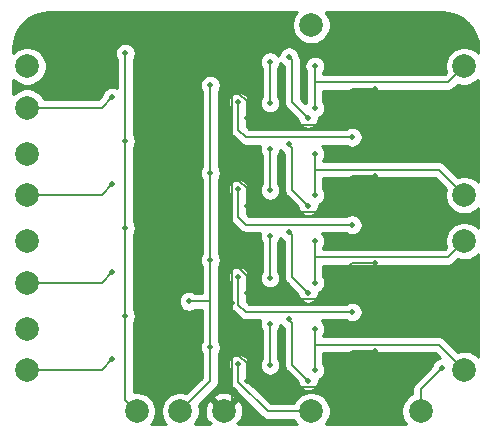
<source format=gbl>
%TF.GenerationSoftware,KiCad,Pcbnew,(5.1.9)-1*%
%TF.CreationDate,2022-08-30T23:25:40+02:00*%
%TF.ProjectId,adder,61646465-722e-46b6-9963-61645f706362,rev?*%
%TF.SameCoordinates,Original*%
%TF.FileFunction,Copper,L2,Bot*%
%TF.FilePolarity,Positive*%
%FSLAX46Y46*%
G04 Gerber Fmt 4.6, Leading zero omitted, Abs format (unit mm)*
G04 Created by KiCad (PCBNEW (5.1.9)-1) date 2022-08-30 23:25:40*
%MOMM*%
%LPD*%
G01*
G04 APERTURE LIST*
%TA.AperFunction,ComponentPad*%
%ADD10C,2.000000*%
%TD*%
%TA.AperFunction,ViaPad*%
%ADD11C,0.500000*%
%TD*%
%TA.AperFunction,Conductor*%
%ADD12C,0.157000*%
%TD*%
%TA.AperFunction,Conductor*%
%ADD13C,0.200000*%
%TD*%
%TA.AperFunction,Conductor*%
%ADD14C,0.254000*%
%TD*%
%TA.AperFunction,Conductor*%
%ADD15C,0.100000*%
%TD*%
G04 APERTURE END LIST*
D10*
%TO.P,TP403,1*%
%TO.N,/3/SUM*%
X188700000Y-82800000D03*
%TD*%
%TO.P,TP402,1*%
%TO.N,/3/A*%
X151700000Y-82800000D03*
%TD*%
%TO.P,TP401,1*%
%TO.N,/3/B*%
X151700000Y-86300000D03*
%TD*%
%TO.P,TP303,1*%
%TO.N,/2/SUM*%
X188700000Y-93700000D03*
%TD*%
%TO.P,TP302,1*%
%TO.N,/2/A*%
X151700000Y-90200000D03*
%TD*%
%TO.P,TP301,1*%
%TO.N,/2/B*%
X151700000Y-93700000D03*
%TD*%
%TO.P,TP203,1*%
%TO.N,/1/SUM*%
X188700000Y-97600000D03*
%TD*%
%TO.P,TP202,1*%
%TO.N,/1/A*%
X151700000Y-97600000D03*
%TD*%
%TO.P,TP201,1*%
%TO.N,/1/B*%
X151700000Y-101100000D03*
%TD*%
%TO.P,TP8,1*%
%TO.N,GND*%
X168350000Y-112000000D03*
%TD*%
%TO.P,TP7,1*%
%TO.N,VCC*%
X164650000Y-112000000D03*
%TD*%
%TO.P,TP6,1*%
%TO.N,~add*%
X160950000Y-112000000D03*
%TD*%
%TO.P,TP5,1*%
%TO.N,/3/Co*%
X175750000Y-79300000D03*
%TD*%
%TO.P,TP4,1*%
%TO.N,/Ci*%
X175750000Y-112000000D03*
%TD*%
%TO.P,TP3,1*%
%TO.N,/SUM*%
X188700000Y-108500000D03*
%TD*%
%TO.P,TP2,1*%
%TO.N,/A*%
X151700000Y-105000000D03*
%TD*%
%TO.P,TP1,1*%
%TO.N,/B*%
X151700000Y-108500000D03*
%TD*%
%TO.P,TP0,1*%
%TO.N,CLRC*%
X185000000Y-112000000D03*
%TD*%
D11*
%TO.N,/B*%
X158900000Y-107600000D03*
%TO.N,/nCi*%
X172250000Y-108100000D03*
X172250000Y-104600000D03*
%TO.N,/SUM*%
X176050000Y-105000000D03*
X176050000Y-108500000D03*
%TO.N,GND*%
X181169373Y-106885903D03*
X170285750Y-109414250D03*
X170285750Y-102014250D03*
X170285750Y-94614250D03*
X170285750Y-87214250D03*
X181169373Y-99485903D03*
X181169373Y-92085903D03*
X181169373Y-84685903D03*
X169000000Y-102800000D03*
%TO.N,VCC*%
X167200000Y-106600000D03*
X167200000Y-99200000D03*
X167200000Y-91800000D03*
X167200000Y-84400000D03*
X165400000Y-102700000D03*
%TO.N,~add*%
X160000000Y-103900000D03*
X160000000Y-96500000D03*
X160000000Y-89100000D03*
X160000000Y-81700000D03*
%TO.N,/Co*%
X179200000Y-103600000D03*
X169576375Y-100600000D03*
%TO.N,Net-(D4-Pad2)*%
X173849998Y-104200000D03*
X175500000Y-109400000D03*
%TO.N,/Ci*%
X169576375Y-108000000D03*
%TO.N,CLRC*%
X186785511Y-108364489D03*
%TO.N,/1/B*%
X158900000Y-100200000D03*
%TO.N,Net-(D205-Pad2)*%
X173849998Y-96800000D03*
X175500000Y-102000000D03*
%TO.N,/1/nCi*%
X172250000Y-97200000D03*
X172250000Y-100700000D03*
%TO.N,/1/SUM*%
X176050000Y-97600000D03*
X176050000Y-101100000D03*
%TO.N,/2/Ci*%
X179200000Y-96200000D03*
X169576375Y-93200000D03*
%TO.N,/2/B*%
X158900000Y-92800000D03*
%TO.N,Net-(D305-Pad2)*%
X173849998Y-89400000D03*
X175500000Y-94600000D03*
%TO.N,/2/nCi*%
X172250000Y-89800000D03*
X172250000Y-93300000D03*
%TO.N,/2/SUM*%
X176050000Y-90200000D03*
X176050000Y-93700000D03*
%TO.N,/3/Ci*%
X179200000Y-88800000D03*
X169576375Y-85800000D03*
%TO.N,/3/B*%
X158900000Y-85400000D03*
%TO.N,Net-(D405-Pad2)*%
X173849998Y-82000000D03*
X175500000Y-87200000D03*
%TO.N,/3/nCi*%
X172250000Y-82400000D03*
X172250000Y-85900000D03*
%TO.N,/3/SUM*%
X176050000Y-82800000D03*
X176050000Y-86300000D03*
%TD*%
D12*
%TO.N,/B*%
X158000000Y-108500000D02*
X158900000Y-107600000D01*
X151700000Y-108500000D02*
X158000000Y-108500000D01*
%TO.N,/nCi*%
X172250000Y-108100000D02*
X172250000Y-104600000D01*
%TO.N,/SUM*%
X176057402Y-106357402D02*
X176050000Y-106350000D01*
X182157402Y-106357402D02*
X176057402Y-106357402D01*
X176050000Y-106350000D02*
X176050000Y-108500000D01*
X176050000Y-105000000D02*
X176050000Y-106350000D01*
X188700000Y-108500000D02*
X186557402Y-106357402D01*
X186557402Y-106357402D02*
X182157402Y-106357402D01*
%TO.N,GND*%
X179171099Y-106885903D02*
X176128501Y-109928501D01*
X181169373Y-106885903D02*
X179171099Y-106885903D01*
X176128501Y-109928501D02*
X170800001Y-109928501D01*
X170800001Y-109928501D02*
X170285750Y-109414250D01*
X170800001Y-102528501D02*
X170285750Y-102014250D01*
X170800001Y-95128501D02*
X170285750Y-94614250D01*
X170800001Y-87728501D02*
X170285750Y-87214250D01*
X170285750Y-102014250D02*
X170285750Y-100533295D01*
X170285750Y-94614250D02*
X170285750Y-93133295D01*
X170285750Y-87214250D02*
X170285750Y-85733295D01*
X170285750Y-100533295D02*
X169652455Y-99900000D01*
X170285750Y-93133295D02*
X169652455Y-92500000D01*
X170285750Y-85733295D02*
X169652455Y-85100000D01*
X179171099Y-99485903D02*
X176128501Y-102528501D01*
X179171099Y-92085903D02*
X176128501Y-95128501D01*
X179171099Y-84685903D02*
X176128501Y-87728501D01*
X181169373Y-99485903D02*
X179171099Y-99485903D01*
X181169373Y-92085903D02*
X179171099Y-92085903D01*
X181169373Y-84685903D02*
X179171099Y-84685903D01*
X176128501Y-102528501D02*
X170800001Y-102528501D01*
X176128501Y-95128501D02*
X170800001Y-95128501D01*
X176128501Y-87728501D02*
X170800001Y-87728501D01*
X169000000Y-92500000D02*
X169000000Y-99900000D01*
X169000000Y-85100000D02*
X169000000Y-92500000D01*
X169000000Y-81150000D02*
X169000000Y-85100000D01*
X169000000Y-99900000D02*
X169652455Y-99900000D01*
X169000000Y-92500000D02*
X169652455Y-92500000D01*
X169000000Y-85100000D02*
X169652455Y-85100000D01*
X169000000Y-107300000D02*
X169000000Y-102800000D01*
X169652455Y-107300000D02*
X169000000Y-107300000D01*
X170285750Y-107933295D02*
X169652455Y-107300000D01*
X170285750Y-109414250D02*
X170285750Y-107933295D01*
X169000000Y-102800000D02*
X169000000Y-99900000D01*
X169000000Y-111350000D02*
X168350000Y-112000000D01*
X169000000Y-107300000D02*
X169000000Y-111350000D01*
%TO.N,VCC*%
X167200000Y-99200000D02*
X167200000Y-91800000D01*
X167200000Y-91800000D02*
X167200000Y-84400000D01*
X165400000Y-102700000D02*
X167200000Y-102700000D01*
D13*
X167200000Y-109450000D02*
X164650000Y-112000000D01*
X167200000Y-106600000D02*
X167200000Y-109450000D01*
D12*
X167200000Y-106600000D02*
X167200000Y-102450000D01*
X167200000Y-102450000D02*
X167200000Y-99200000D01*
X167200000Y-102700000D02*
X167200000Y-102450000D01*
%TO.N,~add*%
X160000000Y-103900000D02*
X160000000Y-96500000D01*
X160000000Y-96500000D02*
X160000000Y-89100000D01*
X160000000Y-89100000D02*
X160000000Y-81700000D01*
X160000000Y-111050000D02*
X160950000Y-112000000D01*
X160000000Y-103900000D02*
X160000000Y-111050000D01*
%TO.N,/Co*%
X179200000Y-103600000D02*
X170200000Y-103600000D01*
X169576375Y-102976375D02*
X170200000Y-103600000D01*
X169576375Y-100600000D02*
X169576375Y-102976375D01*
%TO.N,Net-(D4-Pad2)*%
X174150000Y-104500002D02*
X173849998Y-104200000D01*
X174150000Y-108050000D02*
X174150000Y-104500002D01*
X175500000Y-109400000D02*
X174150000Y-108050000D01*
%TO.N,/Ci*%
X169576375Y-109526375D02*
X169576375Y-108000000D01*
X172050000Y-112000000D02*
X169576375Y-109526375D01*
X172050000Y-112000000D02*
X175750000Y-112000000D01*
%TO.N,CLRC*%
X185000000Y-110150000D02*
X186785511Y-108364489D01*
X185000000Y-112000000D02*
X185000000Y-110150000D01*
%TO.N,/1/B*%
X158000000Y-101100000D02*
X158900000Y-100200000D01*
X151700000Y-101100000D02*
X158000000Y-101100000D01*
%TO.N,Net-(D205-Pad2)*%
X175500000Y-102000000D02*
X174150000Y-100650000D01*
X174150000Y-100650000D02*
X174150000Y-98150000D01*
X174150000Y-98150000D02*
X174150000Y-97700000D01*
X174150000Y-97700000D02*
X174150000Y-97100002D01*
X174150000Y-97100002D02*
X173849998Y-96800000D01*
%TO.N,/1/nCi*%
X172250000Y-100700000D02*
X172250000Y-97200000D01*
%TO.N,/1/SUM*%
X182157402Y-98957402D02*
X176057402Y-98957402D01*
X176057402Y-98957402D02*
X176050000Y-98950000D01*
X176050000Y-98950000D02*
X176050000Y-101100000D01*
X176050000Y-97600000D02*
X176050000Y-98950000D01*
X187342598Y-98957402D02*
X188700000Y-97600000D01*
X182157402Y-98957402D02*
X187342598Y-98957402D01*
%TO.N,/2/Ci*%
X179200000Y-96200000D02*
X170200000Y-96200000D01*
X169576375Y-95576375D02*
X170200000Y-96200000D01*
X169576375Y-93200000D02*
X169576375Y-95576375D01*
%TO.N,/2/B*%
X158000000Y-93700000D02*
X158900000Y-92800000D01*
X151700000Y-93700000D02*
X158000000Y-93700000D01*
%TO.N,Net-(D305-Pad2)*%
X175500000Y-94600000D02*
X174150000Y-93250000D01*
X174150000Y-93250000D02*
X174150000Y-90750000D01*
X174150000Y-90750000D02*
X174150000Y-90300000D01*
X174150000Y-90300000D02*
X174150000Y-89700002D01*
X174150000Y-89700002D02*
X173849998Y-89400000D01*
%TO.N,/2/nCi*%
X172250000Y-93300000D02*
X172250000Y-89800000D01*
%TO.N,/2/SUM*%
X182157402Y-91557402D02*
X176057402Y-91557402D01*
X176057402Y-91557402D02*
X176050000Y-91550000D01*
X176050000Y-91550000D02*
X176050000Y-93700000D01*
X176050000Y-90200000D02*
X176050000Y-91550000D01*
X188700000Y-93700000D02*
X186557402Y-91557402D01*
X186557402Y-91557402D02*
X182157402Y-91557402D01*
%TO.N,/3/Ci*%
X179200000Y-88800000D02*
X170200000Y-88800000D01*
X169576375Y-88176375D02*
X170200000Y-88800000D01*
X169576375Y-85800000D02*
X169576375Y-88176375D01*
%TO.N,/3/B*%
X158000000Y-86300000D02*
X158900000Y-85400000D01*
X151700000Y-86300000D02*
X158000000Y-86300000D01*
%TO.N,Net-(D405-Pad2)*%
X175500000Y-87200000D02*
X174150000Y-85850000D01*
X174150000Y-85850000D02*
X174150000Y-83350000D01*
X174150000Y-83350000D02*
X174150000Y-82900000D01*
X174150000Y-82900000D02*
X174150000Y-82300002D01*
X174150000Y-82300002D02*
X173849998Y-82000000D01*
%TO.N,/3/nCi*%
X172250000Y-85900000D02*
X172250000Y-82400000D01*
%TO.N,/3/SUM*%
X182157402Y-84157402D02*
X176057402Y-84157402D01*
X176057402Y-84157402D02*
X176050000Y-84150000D01*
X176050000Y-84150000D02*
X176050000Y-86300000D01*
X176050000Y-82800000D02*
X176050000Y-84150000D01*
X182157402Y-84157402D02*
X187342598Y-84157402D01*
X187342598Y-84157402D02*
X188700000Y-82800000D01*
%TD*%
D14*
%TO.N,GND*%
X174480013Y-78257748D02*
X174301082Y-78525537D01*
X174177832Y-78823088D01*
X174115000Y-79138967D01*
X174115000Y-79461033D01*
X174177832Y-79776912D01*
X174301082Y-80074463D01*
X174480013Y-80342252D01*
X174707748Y-80569987D01*
X174975537Y-80748918D01*
X175273088Y-80872168D01*
X175588967Y-80935000D01*
X175911033Y-80935000D01*
X176226912Y-80872168D01*
X176524463Y-80748918D01*
X176792252Y-80569987D01*
X177019987Y-80342252D01*
X177198918Y-80074463D01*
X177322168Y-79776912D01*
X177385000Y-79461033D01*
X177385000Y-79138967D01*
X177322168Y-78823088D01*
X177198918Y-78525537D01*
X177019987Y-78257748D01*
X176972239Y-78210000D01*
X186817721Y-78210000D01*
X187439856Y-78271001D01*
X188007250Y-78442308D01*
X188530561Y-78720556D01*
X188989858Y-79095150D01*
X189367650Y-79551822D01*
X189649547Y-80073180D01*
X189824809Y-80639363D01*
X189890001Y-81259621D01*
X189890001Y-81677762D01*
X189742252Y-81530013D01*
X189474463Y-81351082D01*
X189176912Y-81227832D01*
X188861033Y-81165000D01*
X188538967Y-81165000D01*
X188223088Y-81227832D01*
X187925537Y-81351082D01*
X187657748Y-81530013D01*
X187430013Y-81757748D01*
X187251082Y-82025537D01*
X187127832Y-82323088D01*
X187065000Y-82638967D01*
X187065000Y-82961033D01*
X187127832Y-83276912D01*
X187153084Y-83337875D01*
X187047057Y-83443902D01*
X176763500Y-83443902D01*
X176763500Y-83325130D01*
X176834277Y-83219205D01*
X176900990Y-83058145D01*
X176935000Y-82887165D01*
X176935000Y-82712835D01*
X176900990Y-82541855D01*
X176834277Y-82380795D01*
X176737424Y-82235845D01*
X176614155Y-82112576D01*
X176469205Y-82015723D01*
X176308145Y-81949010D01*
X176137165Y-81915000D01*
X175962835Y-81915000D01*
X175791855Y-81949010D01*
X175630795Y-82015723D01*
X175485845Y-82112576D01*
X175362576Y-82235845D01*
X175265723Y-82380795D01*
X175199010Y-82541855D01*
X175165000Y-82712835D01*
X175165000Y-82887165D01*
X175199010Y-83058145D01*
X175265723Y-83219205D01*
X175336500Y-83325130D01*
X175336501Y-84114944D01*
X175333048Y-84150000D01*
X175336500Y-84185047D01*
X175336501Y-85774869D01*
X175265723Y-85880795D01*
X175243496Y-85934455D01*
X174863500Y-85554459D01*
X174863500Y-82335051D01*
X174866952Y-82300002D01*
X174853176Y-82160131D01*
X174812377Y-82025636D01*
X174776302Y-81958145D01*
X174746124Y-81901685D01*
X174728511Y-81880224D01*
X174700988Y-81741855D01*
X174634275Y-81580795D01*
X174537422Y-81435845D01*
X174414153Y-81312576D01*
X174269203Y-81215723D01*
X174108143Y-81149010D01*
X173937163Y-81115000D01*
X173762833Y-81115000D01*
X173591853Y-81149010D01*
X173430793Y-81215723D01*
X173285843Y-81312576D01*
X173162574Y-81435845D01*
X173065721Y-81580795D01*
X172999008Y-81741855D01*
X172970474Y-81885307D01*
X172937424Y-81835845D01*
X172814155Y-81712576D01*
X172669205Y-81615723D01*
X172508145Y-81549010D01*
X172337165Y-81515000D01*
X172162835Y-81515000D01*
X171991855Y-81549010D01*
X171830795Y-81615723D01*
X171685845Y-81712576D01*
X171562576Y-81835845D01*
X171465723Y-81980795D01*
X171399010Y-82141855D01*
X171365000Y-82312835D01*
X171365000Y-82487165D01*
X171399010Y-82658145D01*
X171465723Y-82819205D01*
X171536501Y-82925131D01*
X171536500Y-85374870D01*
X171465723Y-85480795D01*
X171399010Y-85641855D01*
X171365000Y-85812835D01*
X171365000Y-85987165D01*
X171399010Y-86158145D01*
X171465723Y-86319205D01*
X171562576Y-86464155D01*
X171685845Y-86587424D01*
X171830795Y-86684277D01*
X171991855Y-86750990D01*
X172162835Y-86785000D01*
X172337165Y-86785000D01*
X172508145Y-86750990D01*
X172669205Y-86684277D01*
X172814155Y-86587424D01*
X172937424Y-86464155D01*
X173034277Y-86319205D01*
X173100990Y-86158145D01*
X173135000Y-85987165D01*
X173135000Y-85812835D01*
X173100990Y-85641855D01*
X173034277Y-85480795D01*
X172963500Y-85374870D01*
X172963500Y-82925130D01*
X173034277Y-82819205D01*
X173100990Y-82658145D01*
X173129524Y-82514693D01*
X173162574Y-82564155D01*
X173285843Y-82687424D01*
X173430793Y-82784277D01*
X173436500Y-82786641D01*
X173436500Y-83385048D01*
X173436501Y-83385058D01*
X173436500Y-85814954D01*
X173433048Y-85850000D01*
X173436500Y-85885046D01*
X173436500Y-85885048D01*
X173446824Y-85989869D01*
X173487623Y-86124365D01*
X173553876Y-86248316D01*
X173643038Y-86356961D01*
X173670263Y-86379304D01*
X174624156Y-87333197D01*
X174649010Y-87458145D01*
X174715723Y-87619205D01*
X174812576Y-87764155D01*
X174935845Y-87887424D01*
X175080795Y-87984277D01*
X175241855Y-88050990D01*
X175412835Y-88085000D01*
X175587165Y-88085000D01*
X175758145Y-88050990D01*
X175919205Y-87984277D01*
X176064155Y-87887424D01*
X176187424Y-87764155D01*
X176284277Y-87619205D01*
X176350990Y-87458145D01*
X176385000Y-87287165D01*
X176385000Y-87119156D01*
X176469205Y-87084277D01*
X176614155Y-86987424D01*
X176737424Y-86864155D01*
X176834277Y-86719205D01*
X176900990Y-86558145D01*
X176935000Y-86387165D01*
X176935000Y-86212835D01*
X176900990Y-86041855D01*
X176834277Y-85880795D01*
X176763500Y-85774870D01*
X176763500Y-84870902D01*
X187307552Y-84870902D01*
X187342598Y-84874354D01*
X187377644Y-84870902D01*
X187377647Y-84870902D01*
X187482468Y-84860578D01*
X187616964Y-84819779D01*
X187740915Y-84753526D01*
X187849560Y-84664364D01*
X187871907Y-84637134D01*
X188162125Y-84346916D01*
X188223088Y-84372168D01*
X188538967Y-84435000D01*
X188861033Y-84435000D01*
X189176912Y-84372168D01*
X189474463Y-84248918D01*
X189742252Y-84069987D01*
X189890001Y-83922238D01*
X189890001Y-92577762D01*
X189742252Y-92430013D01*
X189474463Y-92251082D01*
X189176912Y-92127832D01*
X188861033Y-92065000D01*
X188538967Y-92065000D01*
X188223088Y-92127832D01*
X188162125Y-92153084D01*
X187086711Y-91077670D01*
X187064364Y-91050440D01*
X186955719Y-90961278D01*
X186831768Y-90895025D01*
X186697272Y-90854226D01*
X186592451Y-90843902D01*
X186592448Y-90843902D01*
X186557402Y-90840450D01*
X186522356Y-90843902D01*
X176763500Y-90843902D01*
X176763500Y-90725130D01*
X176834277Y-90619205D01*
X176900990Y-90458145D01*
X176935000Y-90287165D01*
X176935000Y-90112835D01*
X176900990Y-89941855D01*
X176834277Y-89780795D01*
X176737424Y-89635845D01*
X176615079Y-89513500D01*
X178674870Y-89513500D01*
X178780795Y-89584277D01*
X178941855Y-89650990D01*
X179112835Y-89685000D01*
X179287165Y-89685000D01*
X179458145Y-89650990D01*
X179619205Y-89584277D01*
X179764155Y-89487424D01*
X179887424Y-89364155D01*
X179984277Y-89219205D01*
X180050990Y-89058145D01*
X180085000Y-88887165D01*
X180085000Y-88712835D01*
X180050990Y-88541855D01*
X179984277Y-88380795D01*
X179887424Y-88235845D01*
X179764155Y-88112576D01*
X179619205Y-88015723D01*
X179458145Y-87949010D01*
X179287165Y-87915000D01*
X179112835Y-87915000D01*
X178941855Y-87949010D01*
X178780795Y-88015723D01*
X178674870Y-88086500D01*
X170495542Y-88086500D01*
X170289875Y-87880834D01*
X170289875Y-86325130D01*
X170360652Y-86219205D01*
X170427365Y-86058145D01*
X170461375Y-85887165D01*
X170461375Y-85712835D01*
X170427365Y-85541855D01*
X170360652Y-85380795D01*
X170263799Y-85235845D01*
X170140530Y-85112576D01*
X169995580Y-85015723D01*
X169834520Y-84949010D01*
X169663540Y-84915000D01*
X169489210Y-84915000D01*
X169318230Y-84949010D01*
X169157170Y-85015723D01*
X169012220Y-85112576D01*
X168888951Y-85235845D01*
X168792098Y-85380795D01*
X168725385Y-85541855D01*
X168691375Y-85712835D01*
X168691375Y-85887165D01*
X168725385Y-86058145D01*
X168792098Y-86219205D01*
X168862875Y-86325130D01*
X168862876Y-88141319D01*
X168859423Y-88176375D01*
X168873200Y-88316245D01*
X168913998Y-88450740D01*
X168980252Y-88574692D01*
X169023863Y-88627832D01*
X169069414Y-88683337D01*
X169096638Y-88705679D01*
X169670696Y-89279738D01*
X169693038Y-89306962D01*
X169801683Y-89396124D01*
X169925634Y-89462377D01*
X170060129Y-89503176D01*
X170200000Y-89516952D01*
X170235049Y-89513500D01*
X171410755Y-89513500D01*
X171399010Y-89541855D01*
X171365000Y-89712835D01*
X171365000Y-89887165D01*
X171399010Y-90058145D01*
X171465723Y-90219205D01*
X171536501Y-90325131D01*
X171536500Y-92774870D01*
X171465723Y-92880795D01*
X171399010Y-93041855D01*
X171365000Y-93212835D01*
X171365000Y-93387165D01*
X171399010Y-93558145D01*
X171465723Y-93719205D01*
X171562576Y-93864155D01*
X171685845Y-93987424D01*
X171830795Y-94084277D01*
X171991855Y-94150990D01*
X172162835Y-94185000D01*
X172337165Y-94185000D01*
X172508145Y-94150990D01*
X172669205Y-94084277D01*
X172814155Y-93987424D01*
X172937424Y-93864155D01*
X173034277Y-93719205D01*
X173100990Y-93558145D01*
X173135000Y-93387165D01*
X173135000Y-93212835D01*
X173100990Y-93041855D01*
X173034277Y-92880795D01*
X172963500Y-92774870D01*
X172963500Y-90325130D01*
X173034277Y-90219205D01*
X173100990Y-90058145D01*
X173129524Y-89914693D01*
X173162574Y-89964155D01*
X173285843Y-90087424D01*
X173430793Y-90184277D01*
X173436500Y-90186641D01*
X173436500Y-90785048D01*
X173436501Y-90785058D01*
X173436500Y-93214954D01*
X173433048Y-93250000D01*
X173436500Y-93285046D01*
X173436500Y-93285048D01*
X173446824Y-93389869D01*
X173487623Y-93524365D01*
X173553876Y-93648316D01*
X173643038Y-93756961D01*
X173670263Y-93779304D01*
X174624156Y-94733197D01*
X174649010Y-94858145D01*
X174715723Y-95019205D01*
X174812576Y-95164155D01*
X174935845Y-95287424D01*
X175080795Y-95384277D01*
X175241855Y-95450990D01*
X175412835Y-95485000D01*
X175587165Y-95485000D01*
X175758145Y-95450990D01*
X175919205Y-95384277D01*
X176064155Y-95287424D01*
X176187424Y-95164155D01*
X176284277Y-95019205D01*
X176350990Y-94858145D01*
X176385000Y-94687165D01*
X176385000Y-94519156D01*
X176469205Y-94484277D01*
X176614155Y-94387424D01*
X176737424Y-94264155D01*
X176834277Y-94119205D01*
X176900990Y-93958145D01*
X176935000Y-93787165D01*
X176935000Y-93612835D01*
X176900990Y-93441855D01*
X176834277Y-93280795D01*
X176763500Y-93174870D01*
X176763500Y-92270902D01*
X186261861Y-92270902D01*
X187153084Y-93162125D01*
X187127832Y-93223088D01*
X187065000Y-93538967D01*
X187065000Y-93861033D01*
X187127832Y-94176912D01*
X187251082Y-94474463D01*
X187430013Y-94742252D01*
X187657748Y-94969987D01*
X187925537Y-95148918D01*
X188223088Y-95272168D01*
X188538967Y-95335000D01*
X188861033Y-95335000D01*
X189176912Y-95272168D01*
X189474463Y-95148918D01*
X189742252Y-94969987D01*
X189890001Y-94822238D01*
X189890000Y-96477761D01*
X189742252Y-96330013D01*
X189474463Y-96151082D01*
X189176912Y-96027832D01*
X188861033Y-95965000D01*
X188538967Y-95965000D01*
X188223088Y-96027832D01*
X187925537Y-96151082D01*
X187657748Y-96330013D01*
X187430013Y-96557748D01*
X187251082Y-96825537D01*
X187127832Y-97123088D01*
X187065000Y-97438967D01*
X187065000Y-97761033D01*
X187127832Y-98076912D01*
X187153084Y-98137875D01*
X187047057Y-98243902D01*
X176763500Y-98243902D01*
X176763500Y-98125130D01*
X176834277Y-98019205D01*
X176900990Y-97858145D01*
X176935000Y-97687165D01*
X176935000Y-97512835D01*
X176900990Y-97341855D01*
X176834277Y-97180795D01*
X176737424Y-97035845D01*
X176615079Y-96913500D01*
X178674870Y-96913500D01*
X178780795Y-96984277D01*
X178941855Y-97050990D01*
X179112835Y-97085000D01*
X179287165Y-97085000D01*
X179458145Y-97050990D01*
X179619205Y-96984277D01*
X179764155Y-96887424D01*
X179887424Y-96764155D01*
X179984277Y-96619205D01*
X180050990Y-96458145D01*
X180085000Y-96287165D01*
X180085000Y-96112835D01*
X180050990Y-95941855D01*
X179984277Y-95780795D01*
X179887424Y-95635845D01*
X179764155Y-95512576D01*
X179619205Y-95415723D01*
X179458145Y-95349010D01*
X179287165Y-95315000D01*
X179112835Y-95315000D01*
X178941855Y-95349010D01*
X178780795Y-95415723D01*
X178674870Y-95486500D01*
X170495542Y-95486500D01*
X170289875Y-95280834D01*
X170289875Y-93725130D01*
X170360652Y-93619205D01*
X170427365Y-93458145D01*
X170461375Y-93287165D01*
X170461375Y-93112835D01*
X170427365Y-92941855D01*
X170360652Y-92780795D01*
X170263799Y-92635845D01*
X170140530Y-92512576D01*
X169995580Y-92415723D01*
X169834520Y-92349010D01*
X169663540Y-92315000D01*
X169489210Y-92315000D01*
X169318230Y-92349010D01*
X169157170Y-92415723D01*
X169012220Y-92512576D01*
X168888951Y-92635845D01*
X168792098Y-92780795D01*
X168725385Y-92941855D01*
X168691375Y-93112835D01*
X168691375Y-93287165D01*
X168725385Y-93458145D01*
X168792098Y-93619205D01*
X168862875Y-93725130D01*
X168862876Y-95541319D01*
X168859423Y-95576375D01*
X168873200Y-95716245D01*
X168913998Y-95850740D01*
X168980252Y-95974692D01*
X169023863Y-96027832D01*
X169069414Y-96083337D01*
X169096638Y-96105679D01*
X169670696Y-96679738D01*
X169693038Y-96706962D01*
X169801683Y-96796124D01*
X169925634Y-96862377D01*
X170060129Y-96903176D01*
X170200000Y-96916952D01*
X170235049Y-96913500D01*
X171410755Y-96913500D01*
X171399010Y-96941855D01*
X171365000Y-97112835D01*
X171365000Y-97287165D01*
X171399010Y-97458145D01*
X171465723Y-97619205D01*
X171536501Y-97725131D01*
X171536500Y-100174870D01*
X171465723Y-100280795D01*
X171399010Y-100441855D01*
X171365000Y-100612835D01*
X171365000Y-100787165D01*
X171399010Y-100958145D01*
X171465723Y-101119205D01*
X171562576Y-101264155D01*
X171685845Y-101387424D01*
X171830795Y-101484277D01*
X171991855Y-101550990D01*
X172162835Y-101585000D01*
X172337165Y-101585000D01*
X172508145Y-101550990D01*
X172669205Y-101484277D01*
X172814155Y-101387424D01*
X172937424Y-101264155D01*
X173034277Y-101119205D01*
X173100990Y-100958145D01*
X173135000Y-100787165D01*
X173135000Y-100612835D01*
X173100990Y-100441855D01*
X173034277Y-100280795D01*
X172963500Y-100174870D01*
X172963500Y-97725130D01*
X173034277Y-97619205D01*
X173100990Y-97458145D01*
X173129524Y-97314693D01*
X173162574Y-97364155D01*
X173285843Y-97487424D01*
X173430793Y-97584277D01*
X173436500Y-97586641D01*
X173436500Y-98185048D01*
X173436501Y-98185058D01*
X173436500Y-100614954D01*
X173433048Y-100650000D01*
X173436500Y-100685046D01*
X173436500Y-100685048D01*
X173446824Y-100789869D01*
X173487623Y-100924365D01*
X173553876Y-101048316D01*
X173643038Y-101156961D01*
X173670263Y-101179304D01*
X174624156Y-102133197D01*
X174649010Y-102258145D01*
X174715723Y-102419205D01*
X174812576Y-102564155D01*
X174935845Y-102687424D01*
X175080795Y-102784277D01*
X175241855Y-102850990D01*
X175412835Y-102885000D01*
X175587165Y-102885000D01*
X175758145Y-102850990D01*
X175919205Y-102784277D01*
X176064155Y-102687424D01*
X176187424Y-102564155D01*
X176284277Y-102419205D01*
X176350990Y-102258145D01*
X176385000Y-102087165D01*
X176385000Y-101919156D01*
X176469205Y-101884277D01*
X176614155Y-101787424D01*
X176737424Y-101664155D01*
X176834277Y-101519205D01*
X176900990Y-101358145D01*
X176935000Y-101187165D01*
X176935000Y-101012835D01*
X176900990Y-100841855D01*
X176834277Y-100680795D01*
X176763500Y-100574870D01*
X176763500Y-99670902D01*
X187307552Y-99670902D01*
X187342598Y-99674354D01*
X187377644Y-99670902D01*
X187377647Y-99670902D01*
X187482468Y-99660578D01*
X187616964Y-99619779D01*
X187740915Y-99553526D01*
X187849560Y-99464364D01*
X187871907Y-99437134D01*
X188162125Y-99146916D01*
X188223088Y-99172168D01*
X188538967Y-99235000D01*
X188861033Y-99235000D01*
X189176912Y-99172168D01*
X189474463Y-99048918D01*
X189742252Y-98869987D01*
X189890000Y-98722239D01*
X189890000Y-107377761D01*
X189742252Y-107230013D01*
X189474463Y-107051082D01*
X189176912Y-106927832D01*
X188861033Y-106865000D01*
X188538967Y-106865000D01*
X188223088Y-106927832D01*
X188162125Y-106953084D01*
X187086711Y-105877670D01*
X187064364Y-105850440D01*
X186955719Y-105761278D01*
X186831768Y-105695025D01*
X186697272Y-105654226D01*
X186592451Y-105643902D01*
X186592448Y-105643902D01*
X186557402Y-105640450D01*
X186522356Y-105643902D01*
X176763500Y-105643902D01*
X176763500Y-105525130D01*
X176834277Y-105419205D01*
X176900990Y-105258145D01*
X176935000Y-105087165D01*
X176935000Y-104912835D01*
X176900990Y-104741855D01*
X176834277Y-104580795D01*
X176737424Y-104435845D01*
X176615079Y-104313500D01*
X178674870Y-104313500D01*
X178780795Y-104384277D01*
X178941855Y-104450990D01*
X179112835Y-104485000D01*
X179287165Y-104485000D01*
X179458145Y-104450990D01*
X179619205Y-104384277D01*
X179764155Y-104287424D01*
X179887424Y-104164155D01*
X179984277Y-104019205D01*
X180050990Y-103858145D01*
X180085000Y-103687165D01*
X180085000Y-103512835D01*
X180050990Y-103341855D01*
X179984277Y-103180795D01*
X179887424Y-103035845D01*
X179764155Y-102912576D01*
X179619205Y-102815723D01*
X179458145Y-102749010D01*
X179287165Y-102715000D01*
X179112835Y-102715000D01*
X178941855Y-102749010D01*
X178780795Y-102815723D01*
X178674870Y-102886500D01*
X170495542Y-102886500D01*
X170289875Y-102680834D01*
X170289875Y-101125130D01*
X170360652Y-101019205D01*
X170427365Y-100858145D01*
X170461375Y-100687165D01*
X170461375Y-100512835D01*
X170427365Y-100341855D01*
X170360652Y-100180795D01*
X170263799Y-100035845D01*
X170140530Y-99912576D01*
X169995580Y-99815723D01*
X169834520Y-99749010D01*
X169663540Y-99715000D01*
X169489210Y-99715000D01*
X169318230Y-99749010D01*
X169157170Y-99815723D01*
X169012220Y-99912576D01*
X168888951Y-100035845D01*
X168792098Y-100180795D01*
X168725385Y-100341855D01*
X168691375Y-100512835D01*
X168691375Y-100687165D01*
X168725385Y-100858145D01*
X168792098Y-101019205D01*
X168862875Y-101125130D01*
X168862876Y-102941319D01*
X168859423Y-102976375D01*
X168873200Y-103116245D01*
X168913998Y-103250740D01*
X168980252Y-103374692D01*
X169023863Y-103427832D01*
X169069414Y-103483337D01*
X169096638Y-103505679D01*
X169670696Y-104079738D01*
X169693038Y-104106962D01*
X169801683Y-104196124D01*
X169925634Y-104262377D01*
X170060129Y-104303176D01*
X170200000Y-104316952D01*
X170235049Y-104313500D01*
X171410755Y-104313500D01*
X171399010Y-104341855D01*
X171365000Y-104512835D01*
X171365000Y-104687165D01*
X171399010Y-104858145D01*
X171465723Y-105019205D01*
X171536501Y-105125131D01*
X171536500Y-107574870D01*
X171465723Y-107680795D01*
X171399010Y-107841855D01*
X171365000Y-108012835D01*
X171365000Y-108187165D01*
X171399010Y-108358145D01*
X171465723Y-108519205D01*
X171562576Y-108664155D01*
X171685845Y-108787424D01*
X171830795Y-108884277D01*
X171991855Y-108950990D01*
X172162835Y-108985000D01*
X172337165Y-108985000D01*
X172508145Y-108950990D01*
X172669205Y-108884277D01*
X172814155Y-108787424D01*
X172937424Y-108664155D01*
X173034277Y-108519205D01*
X173100990Y-108358145D01*
X173135000Y-108187165D01*
X173135000Y-108012835D01*
X173100990Y-107841855D01*
X173034277Y-107680795D01*
X172963500Y-107574870D01*
X172963500Y-105125130D01*
X173034277Y-105019205D01*
X173100990Y-104858145D01*
X173129524Y-104714693D01*
X173162574Y-104764155D01*
X173285843Y-104887424D01*
X173430793Y-104984277D01*
X173436501Y-104986641D01*
X173436500Y-108014954D01*
X173433048Y-108050000D01*
X173436500Y-108085046D01*
X173436500Y-108085048D01*
X173446824Y-108189869D01*
X173487623Y-108324365D01*
X173553876Y-108448316D01*
X173643038Y-108556961D01*
X173670263Y-108579304D01*
X174624156Y-109533197D01*
X174649010Y-109658145D01*
X174715723Y-109819205D01*
X174812576Y-109964155D01*
X174935845Y-110087424D01*
X175080795Y-110184277D01*
X175241855Y-110250990D01*
X175412835Y-110285000D01*
X175587165Y-110285000D01*
X175758145Y-110250990D01*
X175919205Y-110184277D01*
X176064155Y-110087424D01*
X176187424Y-109964155D01*
X176284277Y-109819205D01*
X176350990Y-109658145D01*
X176385000Y-109487165D01*
X176385000Y-109319156D01*
X176469205Y-109284277D01*
X176614155Y-109187424D01*
X176737424Y-109064155D01*
X176834277Y-108919205D01*
X176900990Y-108758145D01*
X176935000Y-108587165D01*
X176935000Y-108412835D01*
X176900990Y-108241855D01*
X176834277Y-108080795D01*
X176763500Y-107974870D01*
X176763500Y-107070902D01*
X186261861Y-107070902D01*
X186675077Y-107484118D01*
X186527366Y-107513499D01*
X186366306Y-107580212D01*
X186221356Y-107677065D01*
X186098087Y-107800334D01*
X186001234Y-107945284D01*
X185934521Y-108106344D01*
X185909668Y-108231291D01*
X184520263Y-109620696D01*
X184493039Y-109643038D01*
X184470697Y-109670262D01*
X184470696Y-109670263D01*
X184403877Y-109751683D01*
X184337623Y-109875635D01*
X184296825Y-110010130D01*
X184283048Y-110150000D01*
X184286501Y-110185056D01*
X184286501Y-110525830D01*
X184225537Y-110551082D01*
X183957748Y-110730013D01*
X183730013Y-110957748D01*
X183551082Y-111225537D01*
X183427832Y-111523088D01*
X183365000Y-111838967D01*
X183365000Y-112161033D01*
X183427832Y-112476912D01*
X183551082Y-112774463D01*
X183730013Y-113042252D01*
X183777761Y-113090000D01*
X176972239Y-113090000D01*
X177019987Y-113042252D01*
X177198918Y-112774463D01*
X177322168Y-112476912D01*
X177385000Y-112161033D01*
X177385000Y-111838967D01*
X177322168Y-111523088D01*
X177198918Y-111225537D01*
X177019987Y-110957748D01*
X176792252Y-110730013D01*
X176524463Y-110551082D01*
X176226912Y-110427832D01*
X175911033Y-110365000D01*
X175588967Y-110365000D01*
X175273088Y-110427832D01*
X174975537Y-110551082D01*
X174707748Y-110730013D01*
X174480013Y-110957748D01*
X174301082Y-111225537D01*
X174275830Y-111286500D01*
X172345542Y-111286500D01*
X170289875Y-109230834D01*
X170289875Y-108525130D01*
X170360652Y-108419205D01*
X170427365Y-108258145D01*
X170461375Y-108087165D01*
X170461375Y-107912835D01*
X170427365Y-107741855D01*
X170360652Y-107580795D01*
X170263799Y-107435845D01*
X170140530Y-107312576D01*
X169995580Y-107215723D01*
X169834520Y-107149010D01*
X169663540Y-107115000D01*
X169489210Y-107115000D01*
X169318230Y-107149010D01*
X169157170Y-107215723D01*
X169012220Y-107312576D01*
X168888951Y-107435845D01*
X168792098Y-107580795D01*
X168725385Y-107741855D01*
X168691375Y-107912835D01*
X168691375Y-108087165D01*
X168725385Y-108258145D01*
X168792098Y-108419205D01*
X168862876Y-108525131D01*
X168862875Y-109491328D01*
X168859423Y-109526375D01*
X168862875Y-109561421D01*
X168862875Y-109561423D01*
X168873199Y-109666244D01*
X168913998Y-109800740D01*
X168980251Y-109924691D01*
X169069413Y-110033336D01*
X169096638Y-110055679D01*
X171520696Y-112479738D01*
X171543038Y-112506962D01*
X171651683Y-112596124D01*
X171775634Y-112662377D01*
X171910130Y-112703176D01*
X172014951Y-112713500D01*
X172014953Y-112713500D01*
X172049999Y-112716952D01*
X172085045Y-112713500D01*
X174275830Y-112713500D01*
X174301082Y-112774463D01*
X174480013Y-113042252D01*
X174527761Y-113090000D01*
X169582558Y-113090000D01*
X169601083Y-113071475D01*
X169485415Y-112955807D01*
X169749814Y-112860044D01*
X169890704Y-112570429D01*
X169972384Y-112258892D01*
X169991718Y-111937405D01*
X169947961Y-111618325D01*
X169842795Y-111313912D01*
X169749814Y-111139956D01*
X169485413Y-111044192D01*
X168529605Y-112000000D01*
X168543748Y-112014143D01*
X168364143Y-112193748D01*
X168350000Y-112179605D01*
X168335858Y-112193748D01*
X168156253Y-112014143D01*
X168170395Y-112000000D01*
X167214587Y-111044192D01*
X166950186Y-111139956D01*
X166809296Y-111429571D01*
X166727616Y-111741108D01*
X166708282Y-112062595D01*
X166752039Y-112381675D01*
X166857205Y-112686088D01*
X166950186Y-112860044D01*
X167214585Y-112955807D01*
X167098917Y-113071475D01*
X167117442Y-113090000D01*
X165872239Y-113090000D01*
X165919987Y-113042252D01*
X166098918Y-112774463D01*
X166222168Y-112476912D01*
X166285000Y-112161033D01*
X166285000Y-111838967D01*
X166222168Y-111523088D01*
X166205822Y-111483625D01*
X166824860Y-110864587D01*
X167394192Y-110864587D01*
X168350000Y-111820395D01*
X169305808Y-110864587D01*
X169210044Y-110600186D01*
X168920429Y-110459296D01*
X168608892Y-110377616D01*
X168287405Y-110358282D01*
X167968325Y-110402039D01*
X167663912Y-110507205D01*
X167489956Y-110600186D01*
X167394192Y-110864587D01*
X166824860Y-110864587D01*
X167694193Y-109995254D01*
X167722238Y-109972238D01*
X167814087Y-109860320D01*
X167819370Y-109850436D01*
X167882337Y-109732634D01*
X167924365Y-109594085D01*
X167938556Y-109450000D01*
X167935000Y-109413895D01*
X167935000Y-107092953D01*
X167984277Y-107019205D01*
X168050990Y-106858145D01*
X168085000Y-106687165D01*
X168085000Y-106512835D01*
X168050990Y-106341855D01*
X167984277Y-106180795D01*
X167913500Y-106074870D01*
X167913500Y-102735048D01*
X167916952Y-102700000D01*
X167913500Y-102664951D01*
X167913500Y-99725130D01*
X167984277Y-99619205D01*
X168050990Y-99458145D01*
X168085000Y-99287165D01*
X168085000Y-99112835D01*
X168050990Y-98941855D01*
X167984277Y-98780795D01*
X167913500Y-98674870D01*
X167913500Y-92325130D01*
X167984277Y-92219205D01*
X168050990Y-92058145D01*
X168085000Y-91887165D01*
X168085000Y-91712835D01*
X168050990Y-91541855D01*
X167984277Y-91380795D01*
X167913500Y-91274870D01*
X167913500Y-84925130D01*
X167984277Y-84819205D01*
X168050990Y-84658145D01*
X168085000Y-84487165D01*
X168085000Y-84312835D01*
X168050990Y-84141855D01*
X167984277Y-83980795D01*
X167887424Y-83835845D01*
X167764155Y-83712576D01*
X167619205Y-83615723D01*
X167458145Y-83549010D01*
X167287165Y-83515000D01*
X167112835Y-83515000D01*
X166941855Y-83549010D01*
X166780795Y-83615723D01*
X166635845Y-83712576D01*
X166512576Y-83835845D01*
X166415723Y-83980795D01*
X166349010Y-84141855D01*
X166315000Y-84312835D01*
X166315000Y-84487165D01*
X166349010Y-84658145D01*
X166415723Y-84819205D01*
X166486501Y-84925131D01*
X166486500Y-91274870D01*
X166415723Y-91380795D01*
X166349010Y-91541855D01*
X166315000Y-91712835D01*
X166315000Y-91887165D01*
X166349010Y-92058145D01*
X166415723Y-92219205D01*
X166486501Y-92325131D01*
X166486500Y-98674870D01*
X166415723Y-98780795D01*
X166349010Y-98941855D01*
X166315000Y-99112835D01*
X166315000Y-99287165D01*
X166349010Y-99458145D01*
X166415723Y-99619205D01*
X166486501Y-99725131D01*
X166486500Y-101986500D01*
X165925130Y-101986500D01*
X165819205Y-101915723D01*
X165658145Y-101849010D01*
X165487165Y-101815000D01*
X165312835Y-101815000D01*
X165141855Y-101849010D01*
X164980795Y-101915723D01*
X164835845Y-102012576D01*
X164712576Y-102135845D01*
X164615723Y-102280795D01*
X164549010Y-102441855D01*
X164515000Y-102612835D01*
X164515000Y-102787165D01*
X164549010Y-102958145D01*
X164615723Y-103119205D01*
X164712576Y-103264155D01*
X164835845Y-103387424D01*
X164980795Y-103484277D01*
X165141855Y-103550990D01*
X165312835Y-103585000D01*
X165487165Y-103585000D01*
X165658145Y-103550990D01*
X165819205Y-103484277D01*
X165925130Y-103413500D01*
X166486501Y-103413500D01*
X166486500Y-106074870D01*
X166415723Y-106180795D01*
X166349010Y-106341855D01*
X166315000Y-106512835D01*
X166315000Y-106687165D01*
X166349010Y-106858145D01*
X166415723Y-107019205D01*
X166465000Y-107092953D01*
X166465001Y-109145552D01*
X165166375Y-110444178D01*
X165126912Y-110427832D01*
X164811033Y-110365000D01*
X164488967Y-110365000D01*
X164173088Y-110427832D01*
X163875537Y-110551082D01*
X163607748Y-110730013D01*
X163380013Y-110957748D01*
X163201082Y-111225537D01*
X163077832Y-111523088D01*
X163015000Y-111838967D01*
X163015000Y-112161033D01*
X163077832Y-112476912D01*
X163201082Y-112774463D01*
X163380013Y-113042252D01*
X163427761Y-113090000D01*
X162172239Y-113090000D01*
X162219987Y-113042252D01*
X162398918Y-112774463D01*
X162522168Y-112476912D01*
X162585000Y-112161033D01*
X162585000Y-111838967D01*
X162522168Y-111523088D01*
X162398918Y-111225537D01*
X162219987Y-110957748D01*
X161992252Y-110730013D01*
X161724463Y-110551082D01*
X161426912Y-110427832D01*
X161111033Y-110365000D01*
X160788967Y-110365000D01*
X160713500Y-110380011D01*
X160713500Y-104425130D01*
X160784277Y-104319205D01*
X160850990Y-104158145D01*
X160885000Y-103987165D01*
X160885000Y-103812835D01*
X160850990Y-103641855D01*
X160784277Y-103480795D01*
X160713500Y-103374870D01*
X160713500Y-97025130D01*
X160784277Y-96919205D01*
X160850990Y-96758145D01*
X160885000Y-96587165D01*
X160885000Y-96412835D01*
X160850990Y-96241855D01*
X160784277Y-96080795D01*
X160713500Y-95974870D01*
X160713500Y-89625130D01*
X160784277Y-89519205D01*
X160850990Y-89358145D01*
X160885000Y-89187165D01*
X160885000Y-89012835D01*
X160850990Y-88841855D01*
X160784277Y-88680795D01*
X160713500Y-88574870D01*
X160713500Y-82225130D01*
X160784277Y-82119205D01*
X160850990Y-81958145D01*
X160885000Y-81787165D01*
X160885000Y-81612835D01*
X160850990Y-81441855D01*
X160784277Y-81280795D01*
X160687424Y-81135845D01*
X160564155Y-81012576D01*
X160419205Y-80915723D01*
X160258145Y-80849010D01*
X160087165Y-80815000D01*
X159912835Y-80815000D01*
X159741855Y-80849010D01*
X159580795Y-80915723D01*
X159435845Y-81012576D01*
X159312576Y-81135845D01*
X159215723Y-81280795D01*
X159149010Y-81441855D01*
X159115000Y-81612835D01*
X159115000Y-81787165D01*
X159149010Y-81958145D01*
X159215723Y-82119205D01*
X159286501Y-82225131D01*
X159286501Y-84602176D01*
X159158145Y-84549010D01*
X158987165Y-84515000D01*
X158812835Y-84515000D01*
X158641855Y-84549010D01*
X158480795Y-84615723D01*
X158335845Y-84712576D01*
X158212576Y-84835845D01*
X158115723Y-84980795D01*
X158049010Y-85141855D01*
X158024156Y-85266803D01*
X157704459Y-85586500D01*
X153174170Y-85586500D01*
X153148918Y-85525537D01*
X152969987Y-85257748D01*
X152742252Y-85030013D01*
X152474463Y-84851082D01*
X152176912Y-84727832D01*
X151861033Y-84665000D01*
X151538967Y-84665000D01*
X151223088Y-84727832D01*
X150925537Y-84851082D01*
X150657748Y-85030013D01*
X150510000Y-85177761D01*
X150510000Y-83922239D01*
X150657748Y-84069987D01*
X150925537Y-84248918D01*
X151223088Y-84372168D01*
X151538967Y-84435000D01*
X151861033Y-84435000D01*
X152176912Y-84372168D01*
X152474463Y-84248918D01*
X152742252Y-84069987D01*
X152969987Y-83842252D01*
X153148918Y-83574463D01*
X153272168Y-83276912D01*
X153335000Y-82961033D01*
X153335000Y-82638967D01*
X153272168Y-82323088D01*
X153148918Y-82025537D01*
X152969987Y-81757748D01*
X152742252Y-81530013D01*
X152474463Y-81351082D01*
X152176912Y-81227832D01*
X151861033Y-81165000D01*
X151538967Y-81165000D01*
X151223088Y-81227832D01*
X150925537Y-81351082D01*
X150657748Y-81530013D01*
X150510000Y-81677761D01*
X150510000Y-81282279D01*
X150571001Y-80660144D01*
X150742308Y-80092750D01*
X151020556Y-79569439D01*
X151395150Y-79110142D01*
X151851822Y-78732350D01*
X152373180Y-78450453D01*
X152939363Y-78275191D01*
X153559612Y-78210000D01*
X174527761Y-78210000D01*
X174480013Y-78257748D01*
%TA.AperFunction,Conductor*%
D15*
G36*
X174480013Y-78257748D02*
G01*
X174301082Y-78525537D01*
X174177832Y-78823088D01*
X174115000Y-79138967D01*
X174115000Y-79461033D01*
X174177832Y-79776912D01*
X174301082Y-80074463D01*
X174480013Y-80342252D01*
X174707748Y-80569987D01*
X174975537Y-80748918D01*
X175273088Y-80872168D01*
X175588967Y-80935000D01*
X175911033Y-80935000D01*
X176226912Y-80872168D01*
X176524463Y-80748918D01*
X176792252Y-80569987D01*
X177019987Y-80342252D01*
X177198918Y-80074463D01*
X177322168Y-79776912D01*
X177385000Y-79461033D01*
X177385000Y-79138967D01*
X177322168Y-78823088D01*
X177198918Y-78525537D01*
X177019987Y-78257748D01*
X176972239Y-78210000D01*
X186817721Y-78210000D01*
X187439856Y-78271001D01*
X188007250Y-78442308D01*
X188530561Y-78720556D01*
X188989858Y-79095150D01*
X189367650Y-79551822D01*
X189649547Y-80073180D01*
X189824809Y-80639363D01*
X189890001Y-81259621D01*
X189890001Y-81677762D01*
X189742252Y-81530013D01*
X189474463Y-81351082D01*
X189176912Y-81227832D01*
X188861033Y-81165000D01*
X188538967Y-81165000D01*
X188223088Y-81227832D01*
X187925537Y-81351082D01*
X187657748Y-81530013D01*
X187430013Y-81757748D01*
X187251082Y-82025537D01*
X187127832Y-82323088D01*
X187065000Y-82638967D01*
X187065000Y-82961033D01*
X187127832Y-83276912D01*
X187153084Y-83337875D01*
X187047057Y-83443902D01*
X176763500Y-83443902D01*
X176763500Y-83325130D01*
X176834277Y-83219205D01*
X176900990Y-83058145D01*
X176935000Y-82887165D01*
X176935000Y-82712835D01*
X176900990Y-82541855D01*
X176834277Y-82380795D01*
X176737424Y-82235845D01*
X176614155Y-82112576D01*
X176469205Y-82015723D01*
X176308145Y-81949010D01*
X176137165Y-81915000D01*
X175962835Y-81915000D01*
X175791855Y-81949010D01*
X175630795Y-82015723D01*
X175485845Y-82112576D01*
X175362576Y-82235845D01*
X175265723Y-82380795D01*
X175199010Y-82541855D01*
X175165000Y-82712835D01*
X175165000Y-82887165D01*
X175199010Y-83058145D01*
X175265723Y-83219205D01*
X175336500Y-83325130D01*
X175336501Y-84114944D01*
X175333048Y-84150000D01*
X175336500Y-84185047D01*
X175336501Y-85774869D01*
X175265723Y-85880795D01*
X175243496Y-85934455D01*
X174863500Y-85554459D01*
X174863500Y-82335051D01*
X174866952Y-82300002D01*
X174853176Y-82160131D01*
X174812377Y-82025636D01*
X174776302Y-81958145D01*
X174746124Y-81901685D01*
X174728511Y-81880224D01*
X174700988Y-81741855D01*
X174634275Y-81580795D01*
X174537422Y-81435845D01*
X174414153Y-81312576D01*
X174269203Y-81215723D01*
X174108143Y-81149010D01*
X173937163Y-81115000D01*
X173762833Y-81115000D01*
X173591853Y-81149010D01*
X173430793Y-81215723D01*
X173285843Y-81312576D01*
X173162574Y-81435845D01*
X173065721Y-81580795D01*
X172999008Y-81741855D01*
X172970474Y-81885307D01*
X172937424Y-81835845D01*
X172814155Y-81712576D01*
X172669205Y-81615723D01*
X172508145Y-81549010D01*
X172337165Y-81515000D01*
X172162835Y-81515000D01*
X171991855Y-81549010D01*
X171830795Y-81615723D01*
X171685845Y-81712576D01*
X171562576Y-81835845D01*
X171465723Y-81980795D01*
X171399010Y-82141855D01*
X171365000Y-82312835D01*
X171365000Y-82487165D01*
X171399010Y-82658145D01*
X171465723Y-82819205D01*
X171536501Y-82925131D01*
X171536500Y-85374870D01*
X171465723Y-85480795D01*
X171399010Y-85641855D01*
X171365000Y-85812835D01*
X171365000Y-85987165D01*
X171399010Y-86158145D01*
X171465723Y-86319205D01*
X171562576Y-86464155D01*
X171685845Y-86587424D01*
X171830795Y-86684277D01*
X171991855Y-86750990D01*
X172162835Y-86785000D01*
X172337165Y-86785000D01*
X172508145Y-86750990D01*
X172669205Y-86684277D01*
X172814155Y-86587424D01*
X172937424Y-86464155D01*
X173034277Y-86319205D01*
X173100990Y-86158145D01*
X173135000Y-85987165D01*
X173135000Y-85812835D01*
X173100990Y-85641855D01*
X173034277Y-85480795D01*
X172963500Y-85374870D01*
X172963500Y-82925130D01*
X173034277Y-82819205D01*
X173100990Y-82658145D01*
X173129524Y-82514693D01*
X173162574Y-82564155D01*
X173285843Y-82687424D01*
X173430793Y-82784277D01*
X173436500Y-82786641D01*
X173436500Y-83385048D01*
X173436501Y-83385058D01*
X173436500Y-85814954D01*
X173433048Y-85850000D01*
X173436500Y-85885046D01*
X173436500Y-85885048D01*
X173446824Y-85989869D01*
X173487623Y-86124365D01*
X173553876Y-86248316D01*
X173643038Y-86356961D01*
X173670263Y-86379304D01*
X174624156Y-87333197D01*
X174649010Y-87458145D01*
X174715723Y-87619205D01*
X174812576Y-87764155D01*
X174935845Y-87887424D01*
X175080795Y-87984277D01*
X175241855Y-88050990D01*
X175412835Y-88085000D01*
X175587165Y-88085000D01*
X175758145Y-88050990D01*
X175919205Y-87984277D01*
X176064155Y-87887424D01*
X176187424Y-87764155D01*
X176284277Y-87619205D01*
X176350990Y-87458145D01*
X176385000Y-87287165D01*
X176385000Y-87119156D01*
X176469205Y-87084277D01*
X176614155Y-86987424D01*
X176737424Y-86864155D01*
X176834277Y-86719205D01*
X176900990Y-86558145D01*
X176935000Y-86387165D01*
X176935000Y-86212835D01*
X176900990Y-86041855D01*
X176834277Y-85880795D01*
X176763500Y-85774870D01*
X176763500Y-84870902D01*
X187307552Y-84870902D01*
X187342598Y-84874354D01*
X187377644Y-84870902D01*
X187377647Y-84870902D01*
X187482468Y-84860578D01*
X187616964Y-84819779D01*
X187740915Y-84753526D01*
X187849560Y-84664364D01*
X187871907Y-84637134D01*
X188162125Y-84346916D01*
X188223088Y-84372168D01*
X188538967Y-84435000D01*
X188861033Y-84435000D01*
X189176912Y-84372168D01*
X189474463Y-84248918D01*
X189742252Y-84069987D01*
X189890001Y-83922238D01*
X189890001Y-92577762D01*
X189742252Y-92430013D01*
X189474463Y-92251082D01*
X189176912Y-92127832D01*
X188861033Y-92065000D01*
X188538967Y-92065000D01*
X188223088Y-92127832D01*
X188162125Y-92153084D01*
X187086711Y-91077670D01*
X187064364Y-91050440D01*
X186955719Y-90961278D01*
X186831768Y-90895025D01*
X186697272Y-90854226D01*
X186592451Y-90843902D01*
X186592448Y-90843902D01*
X186557402Y-90840450D01*
X186522356Y-90843902D01*
X176763500Y-90843902D01*
X176763500Y-90725130D01*
X176834277Y-90619205D01*
X176900990Y-90458145D01*
X176935000Y-90287165D01*
X176935000Y-90112835D01*
X176900990Y-89941855D01*
X176834277Y-89780795D01*
X176737424Y-89635845D01*
X176615079Y-89513500D01*
X178674870Y-89513500D01*
X178780795Y-89584277D01*
X178941855Y-89650990D01*
X179112835Y-89685000D01*
X179287165Y-89685000D01*
X179458145Y-89650990D01*
X179619205Y-89584277D01*
X179764155Y-89487424D01*
X179887424Y-89364155D01*
X179984277Y-89219205D01*
X180050990Y-89058145D01*
X180085000Y-88887165D01*
X180085000Y-88712835D01*
X180050990Y-88541855D01*
X179984277Y-88380795D01*
X179887424Y-88235845D01*
X179764155Y-88112576D01*
X179619205Y-88015723D01*
X179458145Y-87949010D01*
X179287165Y-87915000D01*
X179112835Y-87915000D01*
X178941855Y-87949010D01*
X178780795Y-88015723D01*
X178674870Y-88086500D01*
X170495542Y-88086500D01*
X170289875Y-87880834D01*
X170289875Y-86325130D01*
X170360652Y-86219205D01*
X170427365Y-86058145D01*
X170461375Y-85887165D01*
X170461375Y-85712835D01*
X170427365Y-85541855D01*
X170360652Y-85380795D01*
X170263799Y-85235845D01*
X170140530Y-85112576D01*
X169995580Y-85015723D01*
X169834520Y-84949010D01*
X169663540Y-84915000D01*
X169489210Y-84915000D01*
X169318230Y-84949010D01*
X169157170Y-85015723D01*
X169012220Y-85112576D01*
X168888951Y-85235845D01*
X168792098Y-85380795D01*
X168725385Y-85541855D01*
X168691375Y-85712835D01*
X168691375Y-85887165D01*
X168725385Y-86058145D01*
X168792098Y-86219205D01*
X168862875Y-86325130D01*
X168862876Y-88141319D01*
X168859423Y-88176375D01*
X168873200Y-88316245D01*
X168913998Y-88450740D01*
X168980252Y-88574692D01*
X169023863Y-88627832D01*
X169069414Y-88683337D01*
X169096638Y-88705679D01*
X169670696Y-89279738D01*
X169693038Y-89306962D01*
X169801683Y-89396124D01*
X169925634Y-89462377D01*
X170060129Y-89503176D01*
X170200000Y-89516952D01*
X170235049Y-89513500D01*
X171410755Y-89513500D01*
X171399010Y-89541855D01*
X171365000Y-89712835D01*
X171365000Y-89887165D01*
X171399010Y-90058145D01*
X171465723Y-90219205D01*
X171536501Y-90325131D01*
X171536500Y-92774870D01*
X171465723Y-92880795D01*
X171399010Y-93041855D01*
X171365000Y-93212835D01*
X171365000Y-93387165D01*
X171399010Y-93558145D01*
X171465723Y-93719205D01*
X171562576Y-93864155D01*
X171685845Y-93987424D01*
X171830795Y-94084277D01*
X171991855Y-94150990D01*
X172162835Y-94185000D01*
X172337165Y-94185000D01*
X172508145Y-94150990D01*
X172669205Y-94084277D01*
X172814155Y-93987424D01*
X172937424Y-93864155D01*
X173034277Y-93719205D01*
X173100990Y-93558145D01*
X173135000Y-93387165D01*
X173135000Y-93212835D01*
X173100990Y-93041855D01*
X173034277Y-92880795D01*
X172963500Y-92774870D01*
X172963500Y-90325130D01*
X173034277Y-90219205D01*
X173100990Y-90058145D01*
X173129524Y-89914693D01*
X173162574Y-89964155D01*
X173285843Y-90087424D01*
X173430793Y-90184277D01*
X173436500Y-90186641D01*
X173436500Y-90785048D01*
X173436501Y-90785058D01*
X173436500Y-93214954D01*
X173433048Y-93250000D01*
X173436500Y-93285046D01*
X173436500Y-93285048D01*
X173446824Y-93389869D01*
X173487623Y-93524365D01*
X173553876Y-93648316D01*
X173643038Y-93756961D01*
X173670263Y-93779304D01*
X174624156Y-94733197D01*
X174649010Y-94858145D01*
X174715723Y-95019205D01*
X174812576Y-95164155D01*
X174935845Y-95287424D01*
X175080795Y-95384277D01*
X175241855Y-95450990D01*
X175412835Y-95485000D01*
X175587165Y-95485000D01*
X175758145Y-95450990D01*
X175919205Y-95384277D01*
X176064155Y-95287424D01*
X176187424Y-95164155D01*
X176284277Y-95019205D01*
X176350990Y-94858145D01*
X176385000Y-94687165D01*
X176385000Y-94519156D01*
X176469205Y-94484277D01*
X176614155Y-94387424D01*
X176737424Y-94264155D01*
X176834277Y-94119205D01*
X176900990Y-93958145D01*
X176935000Y-93787165D01*
X176935000Y-93612835D01*
X176900990Y-93441855D01*
X176834277Y-93280795D01*
X176763500Y-93174870D01*
X176763500Y-92270902D01*
X186261861Y-92270902D01*
X187153084Y-93162125D01*
X187127832Y-93223088D01*
X187065000Y-93538967D01*
X187065000Y-93861033D01*
X187127832Y-94176912D01*
X187251082Y-94474463D01*
X187430013Y-94742252D01*
X187657748Y-94969987D01*
X187925537Y-95148918D01*
X188223088Y-95272168D01*
X188538967Y-95335000D01*
X188861033Y-95335000D01*
X189176912Y-95272168D01*
X189474463Y-95148918D01*
X189742252Y-94969987D01*
X189890001Y-94822238D01*
X189890000Y-96477761D01*
X189742252Y-96330013D01*
X189474463Y-96151082D01*
X189176912Y-96027832D01*
X188861033Y-95965000D01*
X188538967Y-95965000D01*
X188223088Y-96027832D01*
X187925537Y-96151082D01*
X187657748Y-96330013D01*
X187430013Y-96557748D01*
X187251082Y-96825537D01*
X187127832Y-97123088D01*
X187065000Y-97438967D01*
X187065000Y-97761033D01*
X187127832Y-98076912D01*
X187153084Y-98137875D01*
X187047057Y-98243902D01*
X176763500Y-98243902D01*
X176763500Y-98125130D01*
X176834277Y-98019205D01*
X176900990Y-97858145D01*
X176935000Y-97687165D01*
X176935000Y-97512835D01*
X176900990Y-97341855D01*
X176834277Y-97180795D01*
X176737424Y-97035845D01*
X176615079Y-96913500D01*
X178674870Y-96913500D01*
X178780795Y-96984277D01*
X178941855Y-97050990D01*
X179112835Y-97085000D01*
X179287165Y-97085000D01*
X179458145Y-97050990D01*
X179619205Y-96984277D01*
X179764155Y-96887424D01*
X179887424Y-96764155D01*
X179984277Y-96619205D01*
X180050990Y-96458145D01*
X180085000Y-96287165D01*
X180085000Y-96112835D01*
X180050990Y-95941855D01*
X179984277Y-95780795D01*
X179887424Y-95635845D01*
X179764155Y-95512576D01*
X179619205Y-95415723D01*
X179458145Y-95349010D01*
X179287165Y-95315000D01*
X179112835Y-95315000D01*
X178941855Y-95349010D01*
X178780795Y-95415723D01*
X178674870Y-95486500D01*
X170495542Y-95486500D01*
X170289875Y-95280834D01*
X170289875Y-93725130D01*
X170360652Y-93619205D01*
X170427365Y-93458145D01*
X170461375Y-93287165D01*
X170461375Y-93112835D01*
X170427365Y-92941855D01*
X170360652Y-92780795D01*
X170263799Y-92635845D01*
X170140530Y-92512576D01*
X169995580Y-92415723D01*
X169834520Y-92349010D01*
X169663540Y-92315000D01*
X169489210Y-92315000D01*
X169318230Y-92349010D01*
X169157170Y-92415723D01*
X169012220Y-92512576D01*
X168888951Y-92635845D01*
X168792098Y-92780795D01*
X168725385Y-92941855D01*
X168691375Y-93112835D01*
X168691375Y-93287165D01*
X168725385Y-93458145D01*
X168792098Y-93619205D01*
X168862875Y-93725130D01*
X168862876Y-95541319D01*
X168859423Y-95576375D01*
X168873200Y-95716245D01*
X168913998Y-95850740D01*
X168980252Y-95974692D01*
X169023863Y-96027832D01*
X169069414Y-96083337D01*
X169096638Y-96105679D01*
X169670696Y-96679738D01*
X169693038Y-96706962D01*
X169801683Y-96796124D01*
X169925634Y-96862377D01*
X170060129Y-96903176D01*
X170200000Y-96916952D01*
X170235049Y-96913500D01*
X171410755Y-96913500D01*
X171399010Y-96941855D01*
X171365000Y-97112835D01*
X171365000Y-97287165D01*
X171399010Y-97458145D01*
X171465723Y-97619205D01*
X171536501Y-97725131D01*
X171536500Y-100174870D01*
X171465723Y-100280795D01*
X171399010Y-100441855D01*
X171365000Y-100612835D01*
X171365000Y-100787165D01*
X171399010Y-100958145D01*
X171465723Y-101119205D01*
X171562576Y-101264155D01*
X171685845Y-101387424D01*
X171830795Y-101484277D01*
X171991855Y-101550990D01*
X172162835Y-101585000D01*
X172337165Y-101585000D01*
X172508145Y-101550990D01*
X172669205Y-101484277D01*
X172814155Y-101387424D01*
X172937424Y-101264155D01*
X173034277Y-101119205D01*
X173100990Y-100958145D01*
X173135000Y-100787165D01*
X173135000Y-100612835D01*
X173100990Y-100441855D01*
X173034277Y-100280795D01*
X172963500Y-100174870D01*
X172963500Y-97725130D01*
X173034277Y-97619205D01*
X173100990Y-97458145D01*
X173129524Y-97314693D01*
X173162574Y-97364155D01*
X173285843Y-97487424D01*
X173430793Y-97584277D01*
X173436500Y-97586641D01*
X173436500Y-98185048D01*
X173436501Y-98185058D01*
X173436500Y-100614954D01*
X173433048Y-100650000D01*
X173436500Y-100685046D01*
X173436500Y-100685048D01*
X173446824Y-100789869D01*
X173487623Y-100924365D01*
X173553876Y-101048316D01*
X173643038Y-101156961D01*
X173670263Y-101179304D01*
X174624156Y-102133197D01*
X174649010Y-102258145D01*
X174715723Y-102419205D01*
X174812576Y-102564155D01*
X174935845Y-102687424D01*
X175080795Y-102784277D01*
X175241855Y-102850990D01*
X175412835Y-102885000D01*
X175587165Y-102885000D01*
X175758145Y-102850990D01*
X175919205Y-102784277D01*
X176064155Y-102687424D01*
X176187424Y-102564155D01*
X176284277Y-102419205D01*
X176350990Y-102258145D01*
X176385000Y-102087165D01*
X176385000Y-101919156D01*
X176469205Y-101884277D01*
X176614155Y-101787424D01*
X176737424Y-101664155D01*
X176834277Y-101519205D01*
X176900990Y-101358145D01*
X176935000Y-101187165D01*
X176935000Y-101012835D01*
X176900990Y-100841855D01*
X176834277Y-100680795D01*
X176763500Y-100574870D01*
X176763500Y-99670902D01*
X187307552Y-99670902D01*
X187342598Y-99674354D01*
X187377644Y-99670902D01*
X187377647Y-99670902D01*
X187482468Y-99660578D01*
X187616964Y-99619779D01*
X187740915Y-99553526D01*
X187849560Y-99464364D01*
X187871907Y-99437134D01*
X188162125Y-99146916D01*
X188223088Y-99172168D01*
X188538967Y-99235000D01*
X188861033Y-99235000D01*
X189176912Y-99172168D01*
X189474463Y-99048918D01*
X189742252Y-98869987D01*
X189890000Y-98722239D01*
X189890000Y-107377761D01*
X189742252Y-107230013D01*
X189474463Y-107051082D01*
X189176912Y-106927832D01*
X188861033Y-106865000D01*
X188538967Y-106865000D01*
X188223088Y-106927832D01*
X188162125Y-106953084D01*
X187086711Y-105877670D01*
X187064364Y-105850440D01*
X186955719Y-105761278D01*
X186831768Y-105695025D01*
X186697272Y-105654226D01*
X186592451Y-105643902D01*
X186592448Y-105643902D01*
X186557402Y-105640450D01*
X186522356Y-105643902D01*
X176763500Y-105643902D01*
X176763500Y-105525130D01*
X176834277Y-105419205D01*
X176900990Y-105258145D01*
X176935000Y-105087165D01*
X176935000Y-104912835D01*
X176900990Y-104741855D01*
X176834277Y-104580795D01*
X176737424Y-104435845D01*
X176615079Y-104313500D01*
X178674870Y-104313500D01*
X178780795Y-104384277D01*
X178941855Y-104450990D01*
X179112835Y-104485000D01*
X179287165Y-104485000D01*
X179458145Y-104450990D01*
X179619205Y-104384277D01*
X179764155Y-104287424D01*
X179887424Y-104164155D01*
X179984277Y-104019205D01*
X180050990Y-103858145D01*
X180085000Y-103687165D01*
X180085000Y-103512835D01*
X180050990Y-103341855D01*
X179984277Y-103180795D01*
X179887424Y-103035845D01*
X179764155Y-102912576D01*
X179619205Y-102815723D01*
X179458145Y-102749010D01*
X179287165Y-102715000D01*
X179112835Y-102715000D01*
X178941855Y-102749010D01*
X178780795Y-102815723D01*
X178674870Y-102886500D01*
X170495542Y-102886500D01*
X170289875Y-102680834D01*
X170289875Y-101125130D01*
X170360652Y-101019205D01*
X170427365Y-100858145D01*
X170461375Y-100687165D01*
X170461375Y-100512835D01*
X170427365Y-100341855D01*
X170360652Y-100180795D01*
X170263799Y-100035845D01*
X170140530Y-99912576D01*
X169995580Y-99815723D01*
X169834520Y-99749010D01*
X169663540Y-99715000D01*
X169489210Y-99715000D01*
X169318230Y-99749010D01*
X169157170Y-99815723D01*
X169012220Y-99912576D01*
X168888951Y-100035845D01*
X168792098Y-100180795D01*
X168725385Y-100341855D01*
X168691375Y-100512835D01*
X168691375Y-100687165D01*
X168725385Y-100858145D01*
X168792098Y-101019205D01*
X168862875Y-101125130D01*
X168862876Y-102941319D01*
X168859423Y-102976375D01*
X168873200Y-103116245D01*
X168913998Y-103250740D01*
X168980252Y-103374692D01*
X169023863Y-103427832D01*
X169069414Y-103483337D01*
X169096638Y-103505679D01*
X169670696Y-104079738D01*
X169693038Y-104106962D01*
X169801683Y-104196124D01*
X169925634Y-104262377D01*
X170060129Y-104303176D01*
X170200000Y-104316952D01*
X170235049Y-104313500D01*
X171410755Y-104313500D01*
X171399010Y-104341855D01*
X171365000Y-104512835D01*
X171365000Y-104687165D01*
X171399010Y-104858145D01*
X171465723Y-105019205D01*
X171536501Y-105125131D01*
X171536500Y-107574870D01*
X171465723Y-107680795D01*
X171399010Y-107841855D01*
X171365000Y-108012835D01*
X171365000Y-108187165D01*
X171399010Y-108358145D01*
X171465723Y-108519205D01*
X171562576Y-108664155D01*
X171685845Y-108787424D01*
X171830795Y-108884277D01*
X171991855Y-108950990D01*
X172162835Y-108985000D01*
X172337165Y-108985000D01*
X172508145Y-108950990D01*
X172669205Y-108884277D01*
X172814155Y-108787424D01*
X172937424Y-108664155D01*
X173034277Y-108519205D01*
X173100990Y-108358145D01*
X173135000Y-108187165D01*
X173135000Y-108012835D01*
X173100990Y-107841855D01*
X173034277Y-107680795D01*
X172963500Y-107574870D01*
X172963500Y-105125130D01*
X173034277Y-105019205D01*
X173100990Y-104858145D01*
X173129524Y-104714693D01*
X173162574Y-104764155D01*
X173285843Y-104887424D01*
X173430793Y-104984277D01*
X173436501Y-104986641D01*
X173436500Y-108014954D01*
X173433048Y-108050000D01*
X173436500Y-108085046D01*
X173436500Y-108085048D01*
X173446824Y-108189869D01*
X173487623Y-108324365D01*
X173553876Y-108448316D01*
X173643038Y-108556961D01*
X173670263Y-108579304D01*
X174624156Y-109533197D01*
X174649010Y-109658145D01*
X174715723Y-109819205D01*
X174812576Y-109964155D01*
X174935845Y-110087424D01*
X175080795Y-110184277D01*
X175241855Y-110250990D01*
X175412835Y-110285000D01*
X175587165Y-110285000D01*
X175758145Y-110250990D01*
X175919205Y-110184277D01*
X176064155Y-110087424D01*
X176187424Y-109964155D01*
X176284277Y-109819205D01*
X176350990Y-109658145D01*
X176385000Y-109487165D01*
X176385000Y-109319156D01*
X176469205Y-109284277D01*
X176614155Y-109187424D01*
X176737424Y-109064155D01*
X176834277Y-108919205D01*
X176900990Y-108758145D01*
X176935000Y-108587165D01*
X176935000Y-108412835D01*
X176900990Y-108241855D01*
X176834277Y-108080795D01*
X176763500Y-107974870D01*
X176763500Y-107070902D01*
X186261861Y-107070902D01*
X186675077Y-107484118D01*
X186527366Y-107513499D01*
X186366306Y-107580212D01*
X186221356Y-107677065D01*
X186098087Y-107800334D01*
X186001234Y-107945284D01*
X185934521Y-108106344D01*
X185909668Y-108231291D01*
X184520263Y-109620696D01*
X184493039Y-109643038D01*
X184470697Y-109670262D01*
X184470696Y-109670263D01*
X184403877Y-109751683D01*
X184337623Y-109875635D01*
X184296825Y-110010130D01*
X184283048Y-110150000D01*
X184286501Y-110185056D01*
X184286501Y-110525830D01*
X184225537Y-110551082D01*
X183957748Y-110730013D01*
X183730013Y-110957748D01*
X183551082Y-111225537D01*
X183427832Y-111523088D01*
X183365000Y-111838967D01*
X183365000Y-112161033D01*
X183427832Y-112476912D01*
X183551082Y-112774463D01*
X183730013Y-113042252D01*
X183777761Y-113090000D01*
X176972239Y-113090000D01*
X177019987Y-113042252D01*
X177198918Y-112774463D01*
X177322168Y-112476912D01*
X177385000Y-112161033D01*
X177385000Y-111838967D01*
X177322168Y-111523088D01*
X177198918Y-111225537D01*
X177019987Y-110957748D01*
X176792252Y-110730013D01*
X176524463Y-110551082D01*
X176226912Y-110427832D01*
X175911033Y-110365000D01*
X175588967Y-110365000D01*
X175273088Y-110427832D01*
X174975537Y-110551082D01*
X174707748Y-110730013D01*
X174480013Y-110957748D01*
X174301082Y-111225537D01*
X174275830Y-111286500D01*
X172345542Y-111286500D01*
X170289875Y-109230834D01*
X170289875Y-108525130D01*
X170360652Y-108419205D01*
X170427365Y-108258145D01*
X170461375Y-108087165D01*
X170461375Y-107912835D01*
X170427365Y-107741855D01*
X170360652Y-107580795D01*
X170263799Y-107435845D01*
X170140530Y-107312576D01*
X169995580Y-107215723D01*
X169834520Y-107149010D01*
X169663540Y-107115000D01*
X169489210Y-107115000D01*
X169318230Y-107149010D01*
X169157170Y-107215723D01*
X169012220Y-107312576D01*
X168888951Y-107435845D01*
X168792098Y-107580795D01*
X168725385Y-107741855D01*
X168691375Y-107912835D01*
X168691375Y-108087165D01*
X168725385Y-108258145D01*
X168792098Y-108419205D01*
X168862876Y-108525131D01*
X168862875Y-109491328D01*
X168859423Y-109526375D01*
X168862875Y-109561421D01*
X168862875Y-109561423D01*
X168873199Y-109666244D01*
X168913998Y-109800740D01*
X168980251Y-109924691D01*
X169069413Y-110033336D01*
X169096638Y-110055679D01*
X171520696Y-112479738D01*
X171543038Y-112506962D01*
X171651683Y-112596124D01*
X171775634Y-112662377D01*
X171910130Y-112703176D01*
X172014951Y-112713500D01*
X172014953Y-112713500D01*
X172049999Y-112716952D01*
X172085045Y-112713500D01*
X174275830Y-112713500D01*
X174301082Y-112774463D01*
X174480013Y-113042252D01*
X174527761Y-113090000D01*
X169582558Y-113090000D01*
X169601083Y-113071475D01*
X169485415Y-112955807D01*
X169749814Y-112860044D01*
X169890704Y-112570429D01*
X169972384Y-112258892D01*
X169991718Y-111937405D01*
X169947961Y-111618325D01*
X169842795Y-111313912D01*
X169749814Y-111139956D01*
X169485413Y-111044192D01*
X168529605Y-112000000D01*
X168543748Y-112014143D01*
X168364143Y-112193748D01*
X168350000Y-112179605D01*
X168335858Y-112193748D01*
X168156253Y-112014143D01*
X168170395Y-112000000D01*
X167214587Y-111044192D01*
X166950186Y-111139956D01*
X166809296Y-111429571D01*
X166727616Y-111741108D01*
X166708282Y-112062595D01*
X166752039Y-112381675D01*
X166857205Y-112686088D01*
X166950186Y-112860044D01*
X167214585Y-112955807D01*
X167098917Y-113071475D01*
X167117442Y-113090000D01*
X165872239Y-113090000D01*
X165919987Y-113042252D01*
X166098918Y-112774463D01*
X166222168Y-112476912D01*
X166285000Y-112161033D01*
X166285000Y-111838967D01*
X166222168Y-111523088D01*
X166205822Y-111483625D01*
X166824860Y-110864587D01*
X167394192Y-110864587D01*
X168350000Y-111820395D01*
X169305808Y-110864587D01*
X169210044Y-110600186D01*
X168920429Y-110459296D01*
X168608892Y-110377616D01*
X168287405Y-110358282D01*
X167968325Y-110402039D01*
X167663912Y-110507205D01*
X167489956Y-110600186D01*
X167394192Y-110864587D01*
X166824860Y-110864587D01*
X167694193Y-109995254D01*
X167722238Y-109972238D01*
X167814087Y-109860320D01*
X167819370Y-109850436D01*
X167882337Y-109732634D01*
X167924365Y-109594085D01*
X167938556Y-109450000D01*
X167935000Y-109413895D01*
X167935000Y-107092953D01*
X167984277Y-107019205D01*
X168050990Y-106858145D01*
X168085000Y-106687165D01*
X168085000Y-106512835D01*
X168050990Y-106341855D01*
X167984277Y-106180795D01*
X167913500Y-106074870D01*
X167913500Y-102735048D01*
X167916952Y-102700000D01*
X167913500Y-102664951D01*
X167913500Y-99725130D01*
X167984277Y-99619205D01*
X168050990Y-99458145D01*
X168085000Y-99287165D01*
X168085000Y-99112835D01*
X168050990Y-98941855D01*
X167984277Y-98780795D01*
X167913500Y-98674870D01*
X167913500Y-92325130D01*
X167984277Y-92219205D01*
X168050990Y-92058145D01*
X168085000Y-91887165D01*
X168085000Y-91712835D01*
X168050990Y-91541855D01*
X167984277Y-91380795D01*
X167913500Y-91274870D01*
X167913500Y-84925130D01*
X167984277Y-84819205D01*
X168050990Y-84658145D01*
X168085000Y-84487165D01*
X168085000Y-84312835D01*
X168050990Y-84141855D01*
X167984277Y-83980795D01*
X167887424Y-83835845D01*
X167764155Y-83712576D01*
X167619205Y-83615723D01*
X167458145Y-83549010D01*
X167287165Y-83515000D01*
X167112835Y-83515000D01*
X166941855Y-83549010D01*
X166780795Y-83615723D01*
X166635845Y-83712576D01*
X166512576Y-83835845D01*
X166415723Y-83980795D01*
X166349010Y-84141855D01*
X166315000Y-84312835D01*
X166315000Y-84487165D01*
X166349010Y-84658145D01*
X166415723Y-84819205D01*
X166486501Y-84925131D01*
X166486500Y-91274870D01*
X166415723Y-91380795D01*
X166349010Y-91541855D01*
X166315000Y-91712835D01*
X166315000Y-91887165D01*
X166349010Y-92058145D01*
X166415723Y-92219205D01*
X166486501Y-92325131D01*
X166486500Y-98674870D01*
X166415723Y-98780795D01*
X166349010Y-98941855D01*
X166315000Y-99112835D01*
X166315000Y-99287165D01*
X166349010Y-99458145D01*
X166415723Y-99619205D01*
X166486501Y-99725131D01*
X166486500Y-101986500D01*
X165925130Y-101986500D01*
X165819205Y-101915723D01*
X165658145Y-101849010D01*
X165487165Y-101815000D01*
X165312835Y-101815000D01*
X165141855Y-101849010D01*
X164980795Y-101915723D01*
X164835845Y-102012576D01*
X164712576Y-102135845D01*
X164615723Y-102280795D01*
X164549010Y-102441855D01*
X164515000Y-102612835D01*
X164515000Y-102787165D01*
X164549010Y-102958145D01*
X164615723Y-103119205D01*
X164712576Y-103264155D01*
X164835845Y-103387424D01*
X164980795Y-103484277D01*
X165141855Y-103550990D01*
X165312835Y-103585000D01*
X165487165Y-103585000D01*
X165658145Y-103550990D01*
X165819205Y-103484277D01*
X165925130Y-103413500D01*
X166486501Y-103413500D01*
X166486500Y-106074870D01*
X166415723Y-106180795D01*
X166349010Y-106341855D01*
X166315000Y-106512835D01*
X166315000Y-106687165D01*
X166349010Y-106858145D01*
X166415723Y-107019205D01*
X166465000Y-107092953D01*
X166465001Y-109145552D01*
X165166375Y-110444178D01*
X165126912Y-110427832D01*
X164811033Y-110365000D01*
X164488967Y-110365000D01*
X164173088Y-110427832D01*
X163875537Y-110551082D01*
X163607748Y-110730013D01*
X163380013Y-110957748D01*
X163201082Y-111225537D01*
X163077832Y-111523088D01*
X163015000Y-111838967D01*
X163015000Y-112161033D01*
X163077832Y-112476912D01*
X163201082Y-112774463D01*
X163380013Y-113042252D01*
X163427761Y-113090000D01*
X162172239Y-113090000D01*
X162219987Y-113042252D01*
X162398918Y-112774463D01*
X162522168Y-112476912D01*
X162585000Y-112161033D01*
X162585000Y-111838967D01*
X162522168Y-111523088D01*
X162398918Y-111225537D01*
X162219987Y-110957748D01*
X161992252Y-110730013D01*
X161724463Y-110551082D01*
X161426912Y-110427832D01*
X161111033Y-110365000D01*
X160788967Y-110365000D01*
X160713500Y-110380011D01*
X160713500Y-104425130D01*
X160784277Y-104319205D01*
X160850990Y-104158145D01*
X160885000Y-103987165D01*
X160885000Y-103812835D01*
X160850990Y-103641855D01*
X160784277Y-103480795D01*
X160713500Y-103374870D01*
X160713500Y-97025130D01*
X160784277Y-96919205D01*
X160850990Y-96758145D01*
X160885000Y-96587165D01*
X160885000Y-96412835D01*
X160850990Y-96241855D01*
X160784277Y-96080795D01*
X160713500Y-95974870D01*
X160713500Y-89625130D01*
X160784277Y-89519205D01*
X160850990Y-89358145D01*
X160885000Y-89187165D01*
X160885000Y-89012835D01*
X160850990Y-88841855D01*
X160784277Y-88680795D01*
X160713500Y-88574870D01*
X160713500Y-82225130D01*
X160784277Y-82119205D01*
X160850990Y-81958145D01*
X160885000Y-81787165D01*
X160885000Y-81612835D01*
X160850990Y-81441855D01*
X160784277Y-81280795D01*
X160687424Y-81135845D01*
X160564155Y-81012576D01*
X160419205Y-80915723D01*
X160258145Y-80849010D01*
X160087165Y-80815000D01*
X159912835Y-80815000D01*
X159741855Y-80849010D01*
X159580795Y-80915723D01*
X159435845Y-81012576D01*
X159312576Y-81135845D01*
X159215723Y-81280795D01*
X159149010Y-81441855D01*
X159115000Y-81612835D01*
X159115000Y-81787165D01*
X159149010Y-81958145D01*
X159215723Y-82119205D01*
X159286501Y-82225131D01*
X159286501Y-84602176D01*
X159158145Y-84549010D01*
X158987165Y-84515000D01*
X158812835Y-84515000D01*
X158641855Y-84549010D01*
X158480795Y-84615723D01*
X158335845Y-84712576D01*
X158212576Y-84835845D01*
X158115723Y-84980795D01*
X158049010Y-85141855D01*
X158024156Y-85266803D01*
X157704459Y-85586500D01*
X153174170Y-85586500D01*
X153148918Y-85525537D01*
X152969987Y-85257748D01*
X152742252Y-85030013D01*
X152474463Y-84851082D01*
X152176912Y-84727832D01*
X151861033Y-84665000D01*
X151538967Y-84665000D01*
X151223088Y-84727832D01*
X150925537Y-84851082D01*
X150657748Y-85030013D01*
X150510000Y-85177761D01*
X150510000Y-83922239D01*
X150657748Y-84069987D01*
X150925537Y-84248918D01*
X151223088Y-84372168D01*
X151538967Y-84435000D01*
X151861033Y-84435000D01*
X152176912Y-84372168D01*
X152474463Y-84248918D01*
X152742252Y-84069987D01*
X152969987Y-83842252D01*
X153148918Y-83574463D01*
X153272168Y-83276912D01*
X153335000Y-82961033D01*
X153335000Y-82638967D01*
X153272168Y-82323088D01*
X153148918Y-82025537D01*
X152969987Y-81757748D01*
X152742252Y-81530013D01*
X152474463Y-81351082D01*
X152176912Y-81227832D01*
X151861033Y-81165000D01*
X151538967Y-81165000D01*
X151223088Y-81227832D01*
X150925537Y-81351082D01*
X150657748Y-81530013D01*
X150510000Y-81677761D01*
X150510000Y-81282279D01*
X150571001Y-80660144D01*
X150742308Y-80092750D01*
X151020556Y-79569439D01*
X151395150Y-79110142D01*
X151851822Y-78732350D01*
X152373180Y-78450453D01*
X152939363Y-78275191D01*
X153559612Y-78210000D01*
X174527761Y-78210000D01*
X174480013Y-78257748D01*
G37*
%TD.AperFunction*%
%TD*%
M02*

</source>
